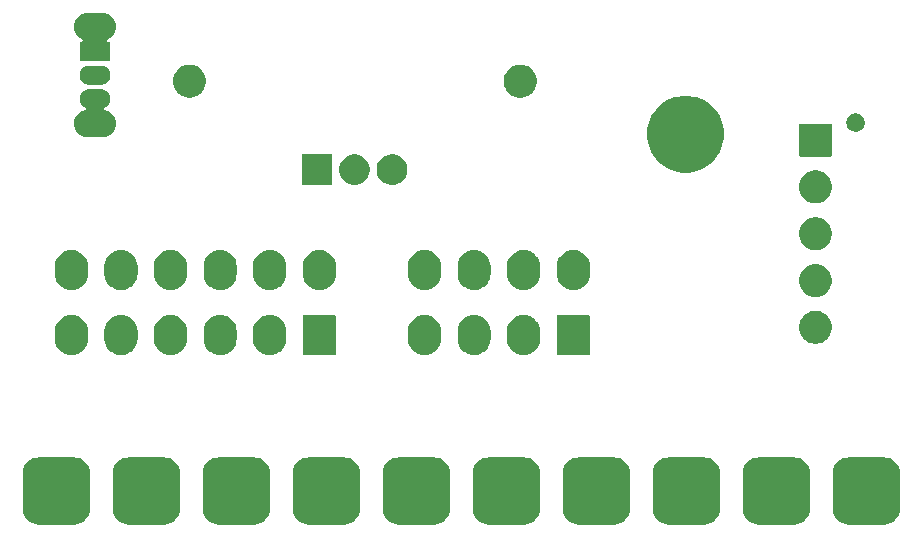
<source format=gbr>
G04 #@! TF.GenerationSoftware,KiCad,Pcbnew,(5.1.5)-3*
G04 #@! TF.CreationDate,2020-02-24T19:51:41-08:00*
G04 #@! TF.ProjectId,psinterface,7073696e-7465-4726-9661-63652e6b6963,0.3*
G04 #@! TF.SameCoordinates,Original*
G04 #@! TF.FileFunction,Soldermask,Bot*
G04 #@! TF.FilePolarity,Negative*
%FSLAX46Y46*%
G04 Gerber Fmt 4.6, Leading zero omitted, Abs format (unit mm)*
G04 Created by KiCad (PCBNEW (5.1.5)-3) date 2020-02-24 19:51:41*
%MOMM*%
%LPD*%
G04 APERTURE LIST*
%ADD10C,0.100000*%
G04 APERTURE END LIST*
D10*
G36*
X174053788Y-132375782D02*
G01*
X174309369Y-132453312D01*
X174544905Y-132579209D01*
X174751359Y-132748641D01*
X174920791Y-132955095D01*
X175046688Y-133190631D01*
X175124218Y-133446212D01*
X175151000Y-133718140D01*
X175151000Y-136681860D01*
X175124218Y-136953788D01*
X175046688Y-137209369D01*
X174920791Y-137444905D01*
X174751359Y-137651359D01*
X174544905Y-137820791D01*
X174309369Y-137946688D01*
X174053788Y-138024218D01*
X173781860Y-138051000D01*
X170818140Y-138051000D01*
X170546212Y-138024218D01*
X170290631Y-137946688D01*
X170055095Y-137820791D01*
X169848641Y-137651359D01*
X169679209Y-137444905D01*
X169553312Y-137209369D01*
X169475782Y-136953788D01*
X169449000Y-136681860D01*
X169449000Y-133718140D01*
X169475782Y-133446212D01*
X169553312Y-133190631D01*
X169679209Y-132955095D01*
X169848641Y-132748641D01*
X170055095Y-132579209D01*
X170290631Y-132453312D01*
X170546212Y-132375782D01*
X170818140Y-132349000D01*
X173781860Y-132349000D01*
X174053788Y-132375782D01*
G37*
G36*
X143573788Y-132375782D02*
G01*
X143829369Y-132453312D01*
X144064905Y-132579209D01*
X144271359Y-132748641D01*
X144440791Y-132955095D01*
X144566688Y-133190631D01*
X144644218Y-133446212D01*
X144671000Y-133718140D01*
X144671000Y-136681860D01*
X144644218Y-136953788D01*
X144566688Y-137209369D01*
X144440791Y-137444905D01*
X144271359Y-137651359D01*
X144064905Y-137820791D01*
X143829369Y-137946688D01*
X143573788Y-138024218D01*
X143301860Y-138051000D01*
X140338140Y-138051000D01*
X140066212Y-138024218D01*
X139810631Y-137946688D01*
X139575095Y-137820791D01*
X139368641Y-137651359D01*
X139199209Y-137444905D01*
X139073312Y-137209369D01*
X138995782Y-136953788D01*
X138969000Y-136681860D01*
X138969000Y-133718140D01*
X138995782Y-133446212D01*
X139073312Y-133190631D01*
X139199209Y-132955095D01*
X139368641Y-132748641D01*
X139575095Y-132579209D01*
X139810631Y-132453312D01*
X140066212Y-132375782D01*
X140338140Y-132349000D01*
X143301860Y-132349000D01*
X143573788Y-132375782D01*
G37*
G36*
X135953788Y-132375782D02*
G01*
X136209369Y-132453312D01*
X136444905Y-132579209D01*
X136651359Y-132748641D01*
X136820791Y-132955095D01*
X136946688Y-133190631D01*
X137024218Y-133446212D01*
X137051000Y-133718140D01*
X137051000Y-136681860D01*
X137024218Y-136953788D01*
X136946688Y-137209369D01*
X136820791Y-137444905D01*
X136651359Y-137651359D01*
X136444905Y-137820791D01*
X136209369Y-137946688D01*
X135953788Y-138024218D01*
X135681860Y-138051000D01*
X132718140Y-138051000D01*
X132446212Y-138024218D01*
X132190631Y-137946688D01*
X131955095Y-137820791D01*
X131748641Y-137651359D01*
X131579209Y-137444905D01*
X131453312Y-137209369D01*
X131375782Y-136953788D01*
X131349000Y-136681860D01*
X131349000Y-133718140D01*
X131375782Y-133446212D01*
X131453312Y-133190631D01*
X131579209Y-132955095D01*
X131748641Y-132748641D01*
X131955095Y-132579209D01*
X132190631Y-132453312D01*
X132446212Y-132375782D01*
X132718140Y-132349000D01*
X135681860Y-132349000D01*
X135953788Y-132375782D01*
G37*
G36*
X158813788Y-132375782D02*
G01*
X159069369Y-132453312D01*
X159304905Y-132579209D01*
X159511359Y-132748641D01*
X159680791Y-132955095D01*
X159806688Y-133190631D01*
X159884218Y-133446212D01*
X159911000Y-133718140D01*
X159911000Y-136681860D01*
X159884218Y-136953788D01*
X159806688Y-137209369D01*
X159680791Y-137444905D01*
X159511359Y-137651359D01*
X159304905Y-137820791D01*
X159069369Y-137946688D01*
X158813788Y-138024218D01*
X158541860Y-138051000D01*
X155578140Y-138051000D01*
X155306212Y-138024218D01*
X155050631Y-137946688D01*
X154815095Y-137820791D01*
X154608641Y-137651359D01*
X154439209Y-137444905D01*
X154313312Y-137209369D01*
X154235782Y-136953788D01*
X154209000Y-136681860D01*
X154209000Y-133718140D01*
X154235782Y-133446212D01*
X154313312Y-133190631D01*
X154439209Y-132955095D01*
X154608641Y-132748641D01*
X154815095Y-132579209D01*
X155050631Y-132453312D01*
X155306212Y-132375782D01*
X155578140Y-132349000D01*
X158541860Y-132349000D01*
X158813788Y-132375782D01*
G37*
G36*
X151193788Y-132375782D02*
G01*
X151449369Y-132453312D01*
X151684905Y-132579209D01*
X151891359Y-132748641D01*
X152060791Y-132955095D01*
X152186688Y-133190631D01*
X152264218Y-133446212D01*
X152291000Y-133718140D01*
X152291000Y-136681860D01*
X152264218Y-136953788D01*
X152186688Y-137209369D01*
X152060791Y-137444905D01*
X151891359Y-137651359D01*
X151684905Y-137820791D01*
X151449369Y-137946688D01*
X151193788Y-138024218D01*
X150921860Y-138051000D01*
X147958140Y-138051000D01*
X147686212Y-138024218D01*
X147430631Y-137946688D01*
X147195095Y-137820791D01*
X146988641Y-137651359D01*
X146819209Y-137444905D01*
X146693312Y-137209369D01*
X146615782Y-136953788D01*
X146589000Y-136681860D01*
X146589000Y-133718140D01*
X146615782Y-133446212D01*
X146693312Y-133190631D01*
X146819209Y-132955095D01*
X146988641Y-132748641D01*
X147195095Y-132579209D01*
X147430631Y-132453312D01*
X147686212Y-132375782D01*
X147958140Y-132349000D01*
X150921860Y-132349000D01*
X151193788Y-132375782D01*
G37*
G36*
X128333788Y-132375782D02*
G01*
X128589369Y-132453312D01*
X128824905Y-132579209D01*
X129031359Y-132748641D01*
X129200791Y-132955095D01*
X129326688Y-133190631D01*
X129404218Y-133446212D01*
X129431000Y-133718140D01*
X129431000Y-136681860D01*
X129404218Y-136953788D01*
X129326688Y-137209369D01*
X129200791Y-137444905D01*
X129031359Y-137651359D01*
X128824905Y-137820791D01*
X128589369Y-137946688D01*
X128333788Y-138024218D01*
X128061860Y-138051000D01*
X125098140Y-138051000D01*
X124826212Y-138024218D01*
X124570631Y-137946688D01*
X124335095Y-137820791D01*
X124128641Y-137651359D01*
X123959209Y-137444905D01*
X123833312Y-137209369D01*
X123755782Y-136953788D01*
X123729000Y-136681860D01*
X123729000Y-133718140D01*
X123755782Y-133446212D01*
X123833312Y-133190631D01*
X123959209Y-132955095D01*
X124128641Y-132748641D01*
X124335095Y-132579209D01*
X124570631Y-132453312D01*
X124826212Y-132375782D01*
X125098140Y-132349000D01*
X128061860Y-132349000D01*
X128333788Y-132375782D01*
G37*
G36*
X120713788Y-132375782D02*
G01*
X120969369Y-132453312D01*
X121204905Y-132579209D01*
X121411359Y-132748641D01*
X121580791Y-132955095D01*
X121706688Y-133190631D01*
X121784218Y-133446212D01*
X121811000Y-133718140D01*
X121811000Y-136681860D01*
X121784218Y-136953788D01*
X121706688Y-137209369D01*
X121580791Y-137444905D01*
X121411359Y-137651359D01*
X121204905Y-137820791D01*
X120969369Y-137946688D01*
X120713788Y-138024218D01*
X120441860Y-138051000D01*
X117478140Y-138051000D01*
X117206212Y-138024218D01*
X116950631Y-137946688D01*
X116715095Y-137820791D01*
X116508641Y-137651359D01*
X116339209Y-137444905D01*
X116213312Y-137209369D01*
X116135782Y-136953788D01*
X116109000Y-136681860D01*
X116109000Y-133718140D01*
X116135782Y-133446212D01*
X116213312Y-133190631D01*
X116339209Y-132955095D01*
X116508641Y-132748641D01*
X116715095Y-132579209D01*
X116950631Y-132453312D01*
X117206212Y-132375782D01*
X117478140Y-132349000D01*
X120441860Y-132349000D01*
X120713788Y-132375782D01*
G37*
G36*
X105473788Y-132375782D02*
G01*
X105729369Y-132453312D01*
X105964905Y-132579209D01*
X106171359Y-132748641D01*
X106340791Y-132955095D01*
X106466688Y-133190631D01*
X106544218Y-133446212D01*
X106571000Y-133718140D01*
X106571000Y-136681860D01*
X106544218Y-136953788D01*
X106466688Y-137209369D01*
X106340791Y-137444905D01*
X106171359Y-137651359D01*
X105964905Y-137820791D01*
X105729369Y-137946688D01*
X105473788Y-138024218D01*
X105201860Y-138051000D01*
X102238140Y-138051000D01*
X101966212Y-138024218D01*
X101710631Y-137946688D01*
X101475095Y-137820791D01*
X101268641Y-137651359D01*
X101099209Y-137444905D01*
X100973312Y-137209369D01*
X100895782Y-136953788D01*
X100869000Y-136681860D01*
X100869000Y-133718140D01*
X100895782Y-133446212D01*
X100973312Y-133190631D01*
X101099209Y-132955095D01*
X101268641Y-132748641D01*
X101475095Y-132579209D01*
X101710631Y-132453312D01*
X101966212Y-132375782D01*
X102238140Y-132349000D01*
X105201860Y-132349000D01*
X105473788Y-132375782D01*
G37*
G36*
X113093788Y-132375782D02*
G01*
X113349369Y-132453312D01*
X113584905Y-132579209D01*
X113791359Y-132748641D01*
X113960791Y-132955095D01*
X114086688Y-133190631D01*
X114164218Y-133446212D01*
X114191000Y-133718140D01*
X114191000Y-136681860D01*
X114164218Y-136953788D01*
X114086688Y-137209369D01*
X113960791Y-137444905D01*
X113791359Y-137651359D01*
X113584905Y-137820791D01*
X113349369Y-137946688D01*
X113093788Y-138024218D01*
X112821860Y-138051000D01*
X109858140Y-138051000D01*
X109586212Y-138024218D01*
X109330631Y-137946688D01*
X109095095Y-137820791D01*
X108888641Y-137651359D01*
X108719209Y-137444905D01*
X108593312Y-137209369D01*
X108515782Y-136953788D01*
X108489000Y-136681860D01*
X108489000Y-133718140D01*
X108515782Y-133446212D01*
X108593312Y-133190631D01*
X108719209Y-132955095D01*
X108888641Y-132748641D01*
X109095095Y-132579209D01*
X109330631Y-132453312D01*
X109586212Y-132375782D01*
X109858140Y-132349000D01*
X112821860Y-132349000D01*
X113093788Y-132375782D01*
G37*
G36*
X166433788Y-132375782D02*
G01*
X166689369Y-132453312D01*
X166924905Y-132579209D01*
X167131359Y-132748641D01*
X167300791Y-132955095D01*
X167426688Y-133190631D01*
X167504218Y-133446212D01*
X167531000Y-133718140D01*
X167531000Y-136681860D01*
X167504218Y-136953788D01*
X167426688Y-137209369D01*
X167300791Y-137444905D01*
X167131359Y-137651359D01*
X166924905Y-137820791D01*
X166689369Y-137946688D01*
X166433788Y-138024218D01*
X166161860Y-138051000D01*
X163198140Y-138051000D01*
X162926212Y-138024218D01*
X162670631Y-137946688D01*
X162435095Y-137820791D01*
X162228641Y-137651359D01*
X162059209Y-137444905D01*
X161933312Y-137209369D01*
X161855782Y-136953788D01*
X161829000Y-136681860D01*
X161829000Y-133718140D01*
X161855782Y-133446212D01*
X161933312Y-133190631D01*
X162059209Y-132955095D01*
X162228641Y-132748641D01*
X162435095Y-132579209D01*
X162670631Y-132453312D01*
X162926212Y-132375782D01*
X163198140Y-132349000D01*
X166161860Y-132349000D01*
X166433788Y-132375782D01*
G37*
G36*
X117874644Y-120319272D02*
G01*
X118070017Y-120378538D01*
X118138737Y-120399384D01*
X118341625Y-120507830D01*
X118382120Y-120529475D01*
X118437691Y-120575082D01*
X118595450Y-120704550D01*
X118724918Y-120862309D01*
X118770525Y-120917880D01*
X118770526Y-120917882D01*
X118900616Y-121161263D01*
X118921461Y-121229982D01*
X118980728Y-121425357D01*
X119001000Y-121631183D01*
X119001000Y-122368818D01*
X118980728Y-122574644D01*
X118946596Y-122687161D01*
X118900616Y-122838737D01*
X118777964Y-123068202D01*
X118770525Y-123082120D01*
X118738092Y-123121640D01*
X118595450Y-123295450D01*
X118423797Y-123436320D01*
X118382119Y-123470525D01*
X118382117Y-123470526D01*
X118138736Y-123600616D01*
X118070016Y-123621462D01*
X117874643Y-123680728D01*
X117600000Y-123707778D01*
X117325356Y-123680728D01*
X117129983Y-123621462D01*
X117061263Y-123600616D01*
X116817882Y-123470526D01*
X116817880Y-123470525D01*
X116778360Y-123438092D01*
X116604550Y-123295450D01*
X116429476Y-123082120D01*
X116429475Y-123082119D01*
X116422036Y-123068201D01*
X116299384Y-122838736D01*
X116221368Y-122581551D01*
X116219272Y-122574643D01*
X116199000Y-122368817D01*
X116199000Y-121631182D01*
X116219272Y-121425356D01*
X116299383Y-121161267D01*
X116299384Y-121161263D01*
X116429474Y-120917882D01*
X116429475Y-120917880D01*
X116461908Y-120878360D01*
X116604550Y-120704550D01*
X116782581Y-120558445D01*
X116817881Y-120529475D01*
X116858376Y-120507830D01*
X117061264Y-120399384D01*
X117129984Y-120378538D01*
X117325357Y-120319272D01*
X117600000Y-120292222D01*
X117874644Y-120319272D01*
G37*
G36*
X135174644Y-120319272D02*
G01*
X135370017Y-120378538D01*
X135438737Y-120399384D01*
X135641625Y-120507830D01*
X135682120Y-120529475D01*
X135737691Y-120575082D01*
X135895450Y-120704550D01*
X136024918Y-120862309D01*
X136070525Y-120917880D01*
X136070526Y-120917882D01*
X136200616Y-121161263D01*
X136221461Y-121229982D01*
X136280728Y-121425357D01*
X136301000Y-121631183D01*
X136301000Y-122368818D01*
X136280728Y-122574644D01*
X136246596Y-122687161D01*
X136200616Y-122838737D01*
X136077964Y-123068202D01*
X136070525Y-123082120D01*
X136038092Y-123121640D01*
X135895450Y-123295450D01*
X135723797Y-123436320D01*
X135682119Y-123470525D01*
X135682117Y-123470526D01*
X135438736Y-123600616D01*
X135370016Y-123621462D01*
X135174643Y-123680728D01*
X134900000Y-123707778D01*
X134625356Y-123680728D01*
X134429983Y-123621462D01*
X134361263Y-123600616D01*
X134117882Y-123470526D01*
X134117880Y-123470525D01*
X134078360Y-123438092D01*
X133904550Y-123295450D01*
X133729476Y-123082120D01*
X133729475Y-123082119D01*
X133722036Y-123068201D01*
X133599384Y-122838736D01*
X133521368Y-122581551D01*
X133519272Y-122574643D01*
X133499000Y-122368817D01*
X133499000Y-121631182D01*
X133519272Y-121425356D01*
X133599383Y-121161267D01*
X133599384Y-121161263D01*
X133729474Y-120917882D01*
X133729475Y-120917880D01*
X133761908Y-120878360D01*
X133904550Y-120704550D01*
X134082581Y-120558445D01*
X134117881Y-120529475D01*
X134158376Y-120507830D01*
X134361264Y-120399384D01*
X134429984Y-120378538D01*
X134625357Y-120319272D01*
X134900000Y-120292222D01*
X135174644Y-120319272D01*
G37*
G36*
X139374644Y-120319272D02*
G01*
X139570017Y-120378538D01*
X139638737Y-120399384D01*
X139841625Y-120507830D01*
X139882120Y-120529475D01*
X139937691Y-120575082D01*
X140095450Y-120704550D01*
X140224918Y-120862309D01*
X140270525Y-120917880D01*
X140270526Y-120917882D01*
X140400616Y-121161263D01*
X140421461Y-121229982D01*
X140480728Y-121425357D01*
X140501000Y-121631183D01*
X140501000Y-122368818D01*
X140480728Y-122574644D01*
X140446596Y-122687161D01*
X140400616Y-122838737D01*
X140277964Y-123068202D01*
X140270525Y-123082120D01*
X140238092Y-123121640D01*
X140095450Y-123295450D01*
X139923797Y-123436320D01*
X139882119Y-123470525D01*
X139882117Y-123470526D01*
X139638736Y-123600616D01*
X139570016Y-123621462D01*
X139374643Y-123680728D01*
X139100000Y-123707778D01*
X138825356Y-123680728D01*
X138629983Y-123621462D01*
X138561263Y-123600616D01*
X138317882Y-123470526D01*
X138317880Y-123470525D01*
X138278360Y-123438092D01*
X138104550Y-123295450D01*
X137929476Y-123082120D01*
X137929475Y-123082119D01*
X137922036Y-123068201D01*
X137799384Y-122838736D01*
X137721368Y-122581551D01*
X137719272Y-122574643D01*
X137699000Y-122368817D01*
X137699000Y-121631182D01*
X137719272Y-121425356D01*
X137799383Y-121161267D01*
X137799384Y-121161263D01*
X137929474Y-120917882D01*
X137929475Y-120917880D01*
X137961908Y-120878360D01*
X138104550Y-120704550D01*
X138282581Y-120558445D01*
X138317881Y-120529475D01*
X138358376Y-120507830D01*
X138561264Y-120399384D01*
X138629984Y-120378538D01*
X138825357Y-120319272D01*
X139100000Y-120292222D01*
X139374644Y-120319272D01*
G37*
G36*
X143574644Y-120319272D02*
G01*
X143770017Y-120378538D01*
X143838737Y-120399384D01*
X144041625Y-120507830D01*
X144082120Y-120529475D01*
X144137691Y-120575082D01*
X144295450Y-120704550D01*
X144424918Y-120862309D01*
X144470525Y-120917880D01*
X144470526Y-120917882D01*
X144600616Y-121161263D01*
X144621461Y-121229982D01*
X144680728Y-121425357D01*
X144701000Y-121631183D01*
X144701000Y-122368818D01*
X144680728Y-122574644D01*
X144646596Y-122687161D01*
X144600616Y-122838737D01*
X144477964Y-123068202D01*
X144470525Y-123082120D01*
X144438092Y-123121640D01*
X144295450Y-123295450D01*
X144123797Y-123436320D01*
X144082119Y-123470525D01*
X144082117Y-123470526D01*
X143838736Y-123600616D01*
X143770016Y-123621462D01*
X143574643Y-123680728D01*
X143300000Y-123707778D01*
X143025356Y-123680728D01*
X142829983Y-123621462D01*
X142761263Y-123600616D01*
X142517882Y-123470526D01*
X142517880Y-123470525D01*
X142478360Y-123438092D01*
X142304550Y-123295450D01*
X142129476Y-123082120D01*
X142129475Y-123082119D01*
X142122036Y-123068201D01*
X141999384Y-122838736D01*
X141921368Y-122581551D01*
X141919272Y-122574643D01*
X141899000Y-122368817D01*
X141899000Y-121631182D01*
X141919272Y-121425356D01*
X141999383Y-121161267D01*
X141999384Y-121161263D01*
X142129474Y-120917882D01*
X142129475Y-120917880D01*
X142161908Y-120878360D01*
X142304550Y-120704550D01*
X142482581Y-120558445D01*
X142517881Y-120529475D01*
X142558376Y-120507830D01*
X142761264Y-120399384D01*
X142829984Y-120378538D01*
X143025357Y-120319272D01*
X143300000Y-120292222D01*
X143574644Y-120319272D01*
G37*
G36*
X122074644Y-120319272D02*
G01*
X122270017Y-120378538D01*
X122338737Y-120399384D01*
X122541625Y-120507830D01*
X122582120Y-120529475D01*
X122637691Y-120575082D01*
X122795450Y-120704550D01*
X122924918Y-120862309D01*
X122970525Y-120917880D01*
X122970526Y-120917882D01*
X123100616Y-121161263D01*
X123121461Y-121229982D01*
X123180728Y-121425357D01*
X123201000Y-121631183D01*
X123201000Y-122368818D01*
X123180728Y-122574644D01*
X123146596Y-122687161D01*
X123100616Y-122838737D01*
X122977964Y-123068202D01*
X122970525Y-123082120D01*
X122938092Y-123121640D01*
X122795450Y-123295450D01*
X122623797Y-123436320D01*
X122582119Y-123470525D01*
X122582117Y-123470526D01*
X122338736Y-123600616D01*
X122270016Y-123621462D01*
X122074643Y-123680728D01*
X121800000Y-123707778D01*
X121525356Y-123680728D01*
X121329983Y-123621462D01*
X121261263Y-123600616D01*
X121017882Y-123470526D01*
X121017880Y-123470525D01*
X120978360Y-123438092D01*
X120804550Y-123295450D01*
X120629476Y-123082120D01*
X120629475Y-123082119D01*
X120622036Y-123068201D01*
X120499384Y-122838736D01*
X120421368Y-122581551D01*
X120419272Y-122574643D01*
X120399000Y-122368817D01*
X120399000Y-121631182D01*
X120419272Y-121425356D01*
X120499383Y-121161267D01*
X120499384Y-121161263D01*
X120629474Y-120917882D01*
X120629475Y-120917880D01*
X120661908Y-120878360D01*
X120804550Y-120704550D01*
X120982581Y-120558445D01*
X121017881Y-120529475D01*
X121058376Y-120507830D01*
X121261264Y-120399384D01*
X121329984Y-120378538D01*
X121525357Y-120319272D01*
X121800000Y-120292222D01*
X122074644Y-120319272D01*
G37*
G36*
X113674644Y-120319272D02*
G01*
X113870017Y-120378538D01*
X113938737Y-120399384D01*
X114141625Y-120507830D01*
X114182120Y-120529475D01*
X114237691Y-120575082D01*
X114395450Y-120704550D01*
X114524918Y-120862309D01*
X114570525Y-120917880D01*
X114570526Y-120917882D01*
X114700616Y-121161263D01*
X114721461Y-121229982D01*
X114780728Y-121425357D01*
X114801000Y-121631183D01*
X114801000Y-122368818D01*
X114780728Y-122574644D01*
X114746596Y-122687161D01*
X114700616Y-122838737D01*
X114577964Y-123068202D01*
X114570525Y-123082120D01*
X114538092Y-123121640D01*
X114395450Y-123295450D01*
X114223797Y-123436320D01*
X114182119Y-123470525D01*
X114182117Y-123470526D01*
X113938736Y-123600616D01*
X113870016Y-123621462D01*
X113674643Y-123680728D01*
X113400000Y-123707778D01*
X113125356Y-123680728D01*
X112929983Y-123621462D01*
X112861263Y-123600616D01*
X112617882Y-123470526D01*
X112617880Y-123470525D01*
X112578360Y-123438092D01*
X112404550Y-123295450D01*
X112229476Y-123082120D01*
X112229475Y-123082119D01*
X112222036Y-123068201D01*
X112099384Y-122838736D01*
X112021368Y-122581551D01*
X112019272Y-122574643D01*
X111999000Y-122368817D01*
X111999000Y-121631182D01*
X112019272Y-121425356D01*
X112099383Y-121161267D01*
X112099384Y-121161263D01*
X112229474Y-120917882D01*
X112229475Y-120917880D01*
X112261908Y-120878360D01*
X112404550Y-120704550D01*
X112582581Y-120558445D01*
X112617881Y-120529475D01*
X112658376Y-120507830D01*
X112861264Y-120399384D01*
X112929984Y-120378538D01*
X113125357Y-120319272D01*
X113400000Y-120292222D01*
X113674644Y-120319272D01*
G37*
G36*
X109474644Y-120319272D02*
G01*
X109670017Y-120378538D01*
X109738737Y-120399384D01*
X109941625Y-120507830D01*
X109982120Y-120529475D01*
X110037691Y-120575082D01*
X110195450Y-120704550D01*
X110324918Y-120862309D01*
X110370525Y-120917880D01*
X110370526Y-120917882D01*
X110500616Y-121161263D01*
X110521461Y-121229982D01*
X110580728Y-121425357D01*
X110601000Y-121631183D01*
X110601000Y-122368818D01*
X110580728Y-122574644D01*
X110546596Y-122687161D01*
X110500616Y-122838737D01*
X110377964Y-123068202D01*
X110370525Y-123082120D01*
X110338092Y-123121640D01*
X110195450Y-123295450D01*
X110023797Y-123436320D01*
X109982119Y-123470525D01*
X109982117Y-123470526D01*
X109738736Y-123600616D01*
X109670016Y-123621462D01*
X109474643Y-123680728D01*
X109200000Y-123707778D01*
X108925356Y-123680728D01*
X108729983Y-123621462D01*
X108661263Y-123600616D01*
X108417882Y-123470526D01*
X108417880Y-123470525D01*
X108378360Y-123438092D01*
X108204550Y-123295450D01*
X108029476Y-123082120D01*
X108029475Y-123082119D01*
X108022036Y-123068201D01*
X107899384Y-122838736D01*
X107821368Y-122581551D01*
X107819272Y-122574643D01*
X107799000Y-122368817D01*
X107799000Y-121631182D01*
X107819272Y-121425356D01*
X107899383Y-121161267D01*
X107899384Y-121161263D01*
X108029474Y-120917882D01*
X108029475Y-120917880D01*
X108061908Y-120878360D01*
X108204550Y-120704550D01*
X108382581Y-120558445D01*
X108417881Y-120529475D01*
X108458376Y-120507830D01*
X108661264Y-120399384D01*
X108729984Y-120378538D01*
X108925357Y-120319272D01*
X109200000Y-120292222D01*
X109474644Y-120319272D01*
G37*
G36*
X105274644Y-120319272D02*
G01*
X105470017Y-120378538D01*
X105538737Y-120399384D01*
X105741625Y-120507830D01*
X105782120Y-120529475D01*
X105837691Y-120575082D01*
X105995450Y-120704550D01*
X106124918Y-120862309D01*
X106170525Y-120917880D01*
X106170526Y-120917882D01*
X106300616Y-121161263D01*
X106321461Y-121229982D01*
X106380728Y-121425357D01*
X106401000Y-121631183D01*
X106401000Y-122368818D01*
X106380728Y-122574644D01*
X106346596Y-122687161D01*
X106300616Y-122838737D01*
X106177964Y-123068202D01*
X106170525Y-123082120D01*
X106138092Y-123121640D01*
X105995450Y-123295450D01*
X105823797Y-123436320D01*
X105782119Y-123470525D01*
X105782117Y-123470526D01*
X105538736Y-123600616D01*
X105470016Y-123621462D01*
X105274643Y-123680728D01*
X105000000Y-123707778D01*
X104725356Y-123680728D01*
X104529983Y-123621462D01*
X104461263Y-123600616D01*
X104217882Y-123470526D01*
X104217880Y-123470525D01*
X104178360Y-123438092D01*
X104004550Y-123295450D01*
X103829476Y-123082120D01*
X103829475Y-123082119D01*
X103822036Y-123068201D01*
X103699384Y-122838736D01*
X103621368Y-122581551D01*
X103619272Y-122574643D01*
X103599000Y-122368817D01*
X103599000Y-121631182D01*
X103619272Y-121425356D01*
X103699383Y-121161267D01*
X103699384Y-121161263D01*
X103829474Y-120917882D01*
X103829475Y-120917880D01*
X103861908Y-120878360D01*
X104004550Y-120704550D01*
X104182581Y-120558445D01*
X104217881Y-120529475D01*
X104258376Y-120507830D01*
X104461264Y-120399384D01*
X104529984Y-120378538D01*
X104725357Y-120319272D01*
X105000000Y-120292222D01*
X105274644Y-120319272D01*
G37*
G36*
X127274031Y-120302621D02*
G01*
X127303486Y-120311556D01*
X127330623Y-120326062D01*
X127354414Y-120345586D01*
X127373938Y-120369377D01*
X127388444Y-120396514D01*
X127397379Y-120425969D01*
X127401000Y-120462734D01*
X127401000Y-123537266D01*
X127397379Y-123574031D01*
X127388444Y-123603486D01*
X127373938Y-123630623D01*
X127354414Y-123654414D01*
X127330623Y-123673938D01*
X127303486Y-123688444D01*
X127274031Y-123697379D01*
X127237266Y-123701000D01*
X124762734Y-123701000D01*
X124725969Y-123697379D01*
X124696514Y-123688444D01*
X124669377Y-123673938D01*
X124645586Y-123654414D01*
X124626062Y-123630623D01*
X124611556Y-123603486D01*
X124602621Y-123574031D01*
X124599000Y-123537266D01*
X124599000Y-120462734D01*
X124602621Y-120425969D01*
X124611556Y-120396514D01*
X124626062Y-120369377D01*
X124645586Y-120345586D01*
X124669377Y-120326062D01*
X124696514Y-120311556D01*
X124725969Y-120302621D01*
X124762734Y-120299000D01*
X127237266Y-120299000D01*
X127274031Y-120302621D01*
G37*
G36*
X148774031Y-120302621D02*
G01*
X148803486Y-120311556D01*
X148830623Y-120326062D01*
X148854414Y-120345586D01*
X148873938Y-120369377D01*
X148888444Y-120396514D01*
X148897379Y-120425969D01*
X148901000Y-120462734D01*
X148901000Y-123537266D01*
X148897379Y-123574031D01*
X148888444Y-123603486D01*
X148873938Y-123630623D01*
X148854414Y-123654414D01*
X148830623Y-123673938D01*
X148803486Y-123688444D01*
X148774031Y-123697379D01*
X148737266Y-123701000D01*
X146262734Y-123701000D01*
X146225969Y-123697379D01*
X146196514Y-123688444D01*
X146169377Y-123673938D01*
X146145586Y-123654414D01*
X146126062Y-123630623D01*
X146111556Y-123603486D01*
X146102621Y-123574031D01*
X146099000Y-123537266D01*
X146099000Y-120462734D01*
X146102621Y-120425969D01*
X146111556Y-120396514D01*
X146126062Y-120369377D01*
X146145586Y-120345586D01*
X146169377Y-120326062D01*
X146196514Y-120311556D01*
X146225969Y-120302621D01*
X146262734Y-120299000D01*
X148737266Y-120299000D01*
X148774031Y-120302621D01*
G37*
G36*
X168318433Y-119974893D02*
G01*
X168408657Y-119992839D01*
X168514267Y-120036585D01*
X168663621Y-120098449D01*
X168663622Y-120098450D01*
X168893086Y-120251772D01*
X169088228Y-120446914D01*
X169143392Y-120529474D01*
X169241551Y-120676379D01*
X169347161Y-120931344D01*
X169401000Y-121202012D01*
X169401000Y-121477988D01*
X169347161Y-121748656D01*
X169241551Y-122003621D01*
X169241550Y-122003622D01*
X169088228Y-122233086D01*
X168893086Y-122428228D01*
X168739763Y-122530675D01*
X168663621Y-122581551D01*
X168514267Y-122643415D01*
X168408657Y-122687161D01*
X168318433Y-122705107D01*
X168137988Y-122741000D01*
X167862012Y-122741000D01*
X167681567Y-122705107D01*
X167591343Y-122687161D01*
X167485733Y-122643415D01*
X167336379Y-122581551D01*
X167260237Y-122530675D01*
X167106914Y-122428228D01*
X166911772Y-122233086D01*
X166758450Y-122003622D01*
X166758449Y-122003621D01*
X166652839Y-121748656D01*
X166599000Y-121477988D01*
X166599000Y-121202012D01*
X166652839Y-120931344D01*
X166758449Y-120676379D01*
X166856608Y-120529474D01*
X166911772Y-120446914D01*
X167106914Y-120251772D01*
X167336378Y-120098450D01*
X167336379Y-120098449D01*
X167485733Y-120036585D01*
X167591343Y-119992839D01*
X167681567Y-119974893D01*
X167862012Y-119939000D01*
X168137988Y-119939000D01*
X168318433Y-119974893D01*
G37*
G36*
X168318433Y-116014893D02*
G01*
X168408657Y-116032839D01*
X168514267Y-116076585D01*
X168663621Y-116138449D01*
X168663622Y-116138450D01*
X168893086Y-116291772D01*
X169088228Y-116486914D01*
X169190675Y-116640237D01*
X169241551Y-116716379D01*
X169347161Y-116971344D01*
X169401000Y-117242012D01*
X169401000Y-117517988D01*
X169388243Y-117582120D01*
X169347161Y-117788657D01*
X169344347Y-117795450D01*
X169241551Y-118043621D01*
X169241550Y-118043622D01*
X169088228Y-118273086D01*
X168893086Y-118468228D01*
X168739763Y-118570675D01*
X168663621Y-118621551D01*
X168514267Y-118683415D01*
X168408657Y-118727161D01*
X168318433Y-118745107D01*
X168137988Y-118781000D01*
X167862012Y-118781000D01*
X167681567Y-118745107D01*
X167591343Y-118727161D01*
X167485733Y-118683415D01*
X167336379Y-118621551D01*
X167260237Y-118570675D01*
X167106914Y-118468228D01*
X166911772Y-118273086D01*
X166758450Y-118043622D01*
X166758449Y-118043621D01*
X166655653Y-117795450D01*
X166652839Y-117788657D01*
X166611757Y-117582120D01*
X166599000Y-117517988D01*
X166599000Y-117242012D01*
X166652839Y-116971344D01*
X166758449Y-116716379D01*
X166809325Y-116640237D01*
X166911772Y-116486914D01*
X167106914Y-116291772D01*
X167336378Y-116138450D01*
X167336379Y-116138449D01*
X167485733Y-116076585D01*
X167591343Y-116032839D01*
X167681567Y-116014893D01*
X167862012Y-115979000D01*
X168137988Y-115979000D01*
X168318433Y-116014893D01*
G37*
G36*
X126274644Y-114819272D02*
G01*
X126470017Y-114878538D01*
X126538737Y-114899384D01*
X126768202Y-115022036D01*
X126782120Y-115029475D01*
X126837691Y-115075082D01*
X126995450Y-115204550D01*
X127124918Y-115362309D01*
X127170525Y-115417880D01*
X127170526Y-115417882D01*
X127300616Y-115661263D01*
X127300617Y-115661267D01*
X127380728Y-115925357D01*
X127401000Y-116131183D01*
X127401000Y-116868818D01*
X127380728Y-117074644D01*
X127321462Y-117270017D01*
X127300616Y-117338737D01*
X127204805Y-117517986D01*
X127170525Y-117582120D01*
X127138092Y-117621640D01*
X126995450Y-117795450D01*
X126823797Y-117936320D01*
X126782119Y-117970525D01*
X126782117Y-117970526D01*
X126538736Y-118100616D01*
X126470016Y-118121462D01*
X126274643Y-118180728D01*
X126000000Y-118207778D01*
X125725356Y-118180728D01*
X125529983Y-118121462D01*
X125461263Y-118100616D01*
X125217882Y-117970526D01*
X125217880Y-117970525D01*
X125178360Y-117938092D01*
X125004550Y-117795450D01*
X124829476Y-117582120D01*
X124829475Y-117582119D01*
X124822036Y-117568201D01*
X124699384Y-117338736D01*
X124670043Y-117242012D01*
X124619272Y-117074643D01*
X124599000Y-116868817D01*
X124599000Y-116131182D01*
X124619272Y-115925356D01*
X124699383Y-115661267D01*
X124699384Y-115661263D01*
X124829474Y-115417882D01*
X124829475Y-115417880D01*
X124861908Y-115378360D01*
X125004550Y-115204550D01*
X125176203Y-115063680D01*
X125217881Y-115029475D01*
X125231799Y-115022036D01*
X125461264Y-114899384D01*
X125529984Y-114878538D01*
X125725357Y-114819272D01*
X126000000Y-114792222D01*
X126274644Y-114819272D01*
G37*
G36*
X139374644Y-114819272D02*
G01*
X139570017Y-114878538D01*
X139638737Y-114899384D01*
X139868202Y-115022036D01*
X139882120Y-115029475D01*
X139937691Y-115075082D01*
X140095450Y-115204550D01*
X140224918Y-115362309D01*
X140270525Y-115417880D01*
X140270526Y-115417882D01*
X140400616Y-115661263D01*
X140400617Y-115661267D01*
X140480728Y-115925357D01*
X140501000Y-116131183D01*
X140501000Y-116868818D01*
X140480728Y-117074644D01*
X140421462Y-117270017D01*
X140400616Y-117338737D01*
X140304805Y-117517986D01*
X140270525Y-117582120D01*
X140238092Y-117621640D01*
X140095450Y-117795450D01*
X139923797Y-117936320D01*
X139882119Y-117970525D01*
X139882117Y-117970526D01*
X139638736Y-118100616D01*
X139570016Y-118121462D01*
X139374643Y-118180728D01*
X139100000Y-118207778D01*
X138825356Y-118180728D01*
X138629983Y-118121462D01*
X138561263Y-118100616D01*
X138317882Y-117970526D01*
X138317880Y-117970525D01*
X138278360Y-117938092D01*
X138104550Y-117795450D01*
X137929476Y-117582120D01*
X137929475Y-117582119D01*
X137922036Y-117568201D01*
X137799384Y-117338736D01*
X137770043Y-117242012D01*
X137719272Y-117074643D01*
X137699000Y-116868817D01*
X137699000Y-116131182D01*
X137719272Y-115925356D01*
X137799383Y-115661267D01*
X137799384Y-115661263D01*
X137929474Y-115417882D01*
X137929475Y-115417880D01*
X137961908Y-115378360D01*
X138104550Y-115204550D01*
X138276203Y-115063680D01*
X138317881Y-115029475D01*
X138331799Y-115022036D01*
X138561264Y-114899384D01*
X138629984Y-114878538D01*
X138825357Y-114819272D01*
X139100000Y-114792222D01*
X139374644Y-114819272D01*
G37*
G36*
X147774644Y-114819272D02*
G01*
X147970017Y-114878538D01*
X148038737Y-114899384D01*
X148268202Y-115022036D01*
X148282120Y-115029475D01*
X148337691Y-115075082D01*
X148495450Y-115204550D01*
X148624918Y-115362309D01*
X148670525Y-115417880D01*
X148670526Y-115417882D01*
X148800616Y-115661263D01*
X148800617Y-115661267D01*
X148880728Y-115925357D01*
X148901000Y-116131183D01*
X148901000Y-116868818D01*
X148880728Y-117074644D01*
X148821462Y-117270017D01*
X148800616Y-117338737D01*
X148704805Y-117517986D01*
X148670525Y-117582120D01*
X148638092Y-117621640D01*
X148495450Y-117795450D01*
X148323797Y-117936320D01*
X148282119Y-117970525D01*
X148282117Y-117970526D01*
X148038736Y-118100616D01*
X147970016Y-118121462D01*
X147774643Y-118180728D01*
X147500000Y-118207778D01*
X147225356Y-118180728D01*
X147029983Y-118121462D01*
X146961263Y-118100616D01*
X146717882Y-117970526D01*
X146717880Y-117970525D01*
X146678360Y-117938092D01*
X146504550Y-117795450D01*
X146329476Y-117582120D01*
X146329475Y-117582119D01*
X146322036Y-117568201D01*
X146199384Y-117338736D01*
X146170043Y-117242012D01*
X146119272Y-117074643D01*
X146099000Y-116868817D01*
X146099000Y-116131182D01*
X146119272Y-115925356D01*
X146199383Y-115661267D01*
X146199384Y-115661263D01*
X146329474Y-115417882D01*
X146329475Y-115417880D01*
X146361908Y-115378360D01*
X146504550Y-115204550D01*
X146676203Y-115063680D01*
X146717881Y-115029475D01*
X146731799Y-115022036D01*
X146961264Y-114899384D01*
X147029984Y-114878538D01*
X147225357Y-114819272D01*
X147500000Y-114792222D01*
X147774644Y-114819272D01*
G37*
G36*
X135174644Y-114819272D02*
G01*
X135370017Y-114878538D01*
X135438737Y-114899384D01*
X135668202Y-115022036D01*
X135682120Y-115029475D01*
X135737691Y-115075082D01*
X135895450Y-115204550D01*
X136024918Y-115362309D01*
X136070525Y-115417880D01*
X136070526Y-115417882D01*
X136200616Y-115661263D01*
X136200617Y-115661267D01*
X136280728Y-115925357D01*
X136301000Y-116131183D01*
X136301000Y-116868818D01*
X136280728Y-117074644D01*
X136221462Y-117270017D01*
X136200616Y-117338737D01*
X136104805Y-117517986D01*
X136070525Y-117582120D01*
X136038092Y-117621640D01*
X135895450Y-117795450D01*
X135723797Y-117936320D01*
X135682119Y-117970525D01*
X135682117Y-117970526D01*
X135438736Y-118100616D01*
X135370016Y-118121462D01*
X135174643Y-118180728D01*
X134900000Y-118207778D01*
X134625356Y-118180728D01*
X134429983Y-118121462D01*
X134361263Y-118100616D01*
X134117882Y-117970526D01*
X134117880Y-117970525D01*
X134078360Y-117938092D01*
X133904550Y-117795450D01*
X133729476Y-117582120D01*
X133729475Y-117582119D01*
X133722036Y-117568201D01*
X133599384Y-117338736D01*
X133570043Y-117242012D01*
X133519272Y-117074643D01*
X133499000Y-116868817D01*
X133499000Y-116131182D01*
X133519272Y-115925356D01*
X133599383Y-115661267D01*
X133599384Y-115661263D01*
X133729474Y-115417882D01*
X133729475Y-115417880D01*
X133761908Y-115378360D01*
X133904550Y-115204550D01*
X134076203Y-115063680D01*
X134117881Y-115029475D01*
X134131799Y-115022036D01*
X134361264Y-114899384D01*
X134429984Y-114878538D01*
X134625357Y-114819272D01*
X134900000Y-114792222D01*
X135174644Y-114819272D01*
G37*
G36*
X143574644Y-114819272D02*
G01*
X143770017Y-114878538D01*
X143838737Y-114899384D01*
X144068202Y-115022036D01*
X144082120Y-115029475D01*
X144137691Y-115075082D01*
X144295450Y-115204550D01*
X144424918Y-115362309D01*
X144470525Y-115417880D01*
X144470526Y-115417882D01*
X144600616Y-115661263D01*
X144600617Y-115661267D01*
X144680728Y-115925357D01*
X144701000Y-116131183D01*
X144701000Y-116868818D01*
X144680728Y-117074644D01*
X144621462Y-117270017D01*
X144600616Y-117338737D01*
X144504805Y-117517986D01*
X144470525Y-117582120D01*
X144438092Y-117621640D01*
X144295450Y-117795450D01*
X144123797Y-117936320D01*
X144082119Y-117970525D01*
X144082117Y-117970526D01*
X143838736Y-118100616D01*
X143770016Y-118121462D01*
X143574643Y-118180728D01*
X143300000Y-118207778D01*
X143025356Y-118180728D01*
X142829983Y-118121462D01*
X142761263Y-118100616D01*
X142517882Y-117970526D01*
X142517880Y-117970525D01*
X142478360Y-117938092D01*
X142304550Y-117795450D01*
X142129476Y-117582120D01*
X142129475Y-117582119D01*
X142122036Y-117568201D01*
X141999384Y-117338736D01*
X141970043Y-117242012D01*
X141919272Y-117074643D01*
X141899000Y-116868817D01*
X141899000Y-116131182D01*
X141919272Y-115925356D01*
X141999383Y-115661267D01*
X141999384Y-115661263D01*
X142129474Y-115417882D01*
X142129475Y-115417880D01*
X142161908Y-115378360D01*
X142304550Y-115204550D01*
X142476203Y-115063680D01*
X142517881Y-115029475D01*
X142531799Y-115022036D01*
X142761264Y-114899384D01*
X142829984Y-114878538D01*
X143025357Y-114819272D01*
X143300000Y-114792222D01*
X143574644Y-114819272D01*
G37*
G36*
X109474644Y-114819272D02*
G01*
X109670017Y-114878538D01*
X109738737Y-114899384D01*
X109968202Y-115022036D01*
X109982120Y-115029475D01*
X110037691Y-115075082D01*
X110195450Y-115204550D01*
X110324918Y-115362309D01*
X110370525Y-115417880D01*
X110370526Y-115417882D01*
X110500616Y-115661263D01*
X110500617Y-115661267D01*
X110580728Y-115925357D01*
X110601000Y-116131183D01*
X110601000Y-116868818D01*
X110580728Y-117074644D01*
X110521462Y-117270017D01*
X110500616Y-117338737D01*
X110404805Y-117517986D01*
X110370525Y-117582120D01*
X110338092Y-117621640D01*
X110195450Y-117795450D01*
X110023797Y-117936320D01*
X109982119Y-117970525D01*
X109982117Y-117970526D01*
X109738736Y-118100616D01*
X109670016Y-118121462D01*
X109474643Y-118180728D01*
X109200000Y-118207778D01*
X108925356Y-118180728D01*
X108729983Y-118121462D01*
X108661263Y-118100616D01*
X108417882Y-117970526D01*
X108417880Y-117970525D01*
X108378360Y-117938092D01*
X108204550Y-117795450D01*
X108029476Y-117582120D01*
X108029475Y-117582119D01*
X108022036Y-117568201D01*
X107899384Y-117338736D01*
X107870043Y-117242012D01*
X107819272Y-117074643D01*
X107799000Y-116868817D01*
X107799000Y-116131182D01*
X107819272Y-115925356D01*
X107899383Y-115661267D01*
X107899384Y-115661263D01*
X108029474Y-115417882D01*
X108029475Y-115417880D01*
X108061908Y-115378360D01*
X108204550Y-115204550D01*
X108376203Y-115063680D01*
X108417881Y-115029475D01*
X108431799Y-115022036D01*
X108661264Y-114899384D01*
X108729984Y-114878538D01*
X108925357Y-114819272D01*
X109200000Y-114792222D01*
X109474644Y-114819272D01*
G37*
G36*
X113674644Y-114819272D02*
G01*
X113870017Y-114878538D01*
X113938737Y-114899384D01*
X114168202Y-115022036D01*
X114182120Y-115029475D01*
X114237691Y-115075082D01*
X114395450Y-115204550D01*
X114524918Y-115362309D01*
X114570525Y-115417880D01*
X114570526Y-115417882D01*
X114700616Y-115661263D01*
X114700617Y-115661267D01*
X114780728Y-115925357D01*
X114801000Y-116131183D01*
X114801000Y-116868818D01*
X114780728Y-117074644D01*
X114721462Y-117270017D01*
X114700616Y-117338737D01*
X114604805Y-117517986D01*
X114570525Y-117582120D01*
X114538092Y-117621640D01*
X114395450Y-117795450D01*
X114223797Y-117936320D01*
X114182119Y-117970525D01*
X114182117Y-117970526D01*
X113938736Y-118100616D01*
X113870016Y-118121462D01*
X113674643Y-118180728D01*
X113400000Y-118207778D01*
X113125356Y-118180728D01*
X112929983Y-118121462D01*
X112861263Y-118100616D01*
X112617882Y-117970526D01*
X112617880Y-117970525D01*
X112578360Y-117938092D01*
X112404550Y-117795450D01*
X112229476Y-117582120D01*
X112229475Y-117582119D01*
X112222036Y-117568201D01*
X112099384Y-117338736D01*
X112070043Y-117242012D01*
X112019272Y-117074643D01*
X111999000Y-116868817D01*
X111999000Y-116131182D01*
X112019272Y-115925356D01*
X112099383Y-115661267D01*
X112099384Y-115661263D01*
X112229474Y-115417882D01*
X112229475Y-115417880D01*
X112261908Y-115378360D01*
X112404550Y-115204550D01*
X112576203Y-115063680D01*
X112617881Y-115029475D01*
X112631799Y-115022036D01*
X112861264Y-114899384D01*
X112929984Y-114878538D01*
X113125357Y-114819272D01*
X113400000Y-114792222D01*
X113674644Y-114819272D01*
G37*
G36*
X117874644Y-114819272D02*
G01*
X118070017Y-114878538D01*
X118138737Y-114899384D01*
X118368202Y-115022036D01*
X118382120Y-115029475D01*
X118437691Y-115075082D01*
X118595450Y-115204550D01*
X118724918Y-115362309D01*
X118770525Y-115417880D01*
X118770526Y-115417882D01*
X118900616Y-115661263D01*
X118900617Y-115661267D01*
X118980728Y-115925357D01*
X119001000Y-116131183D01*
X119001000Y-116868818D01*
X118980728Y-117074644D01*
X118921462Y-117270017D01*
X118900616Y-117338737D01*
X118804805Y-117517986D01*
X118770525Y-117582120D01*
X118738092Y-117621640D01*
X118595450Y-117795450D01*
X118423797Y-117936320D01*
X118382119Y-117970525D01*
X118382117Y-117970526D01*
X118138736Y-118100616D01*
X118070016Y-118121462D01*
X117874643Y-118180728D01*
X117600000Y-118207778D01*
X117325356Y-118180728D01*
X117129983Y-118121462D01*
X117061263Y-118100616D01*
X116817882Y-117970526D01*
X116817880Y-117970525D01*
X116778360Y-117938092D01*
X116604550Y-117795450D01*
X116429476Y-117582120D01*
X116429475Y-117582119D01*
X116422036Y-117568201D01*
X116299384Y-117338736D01*
X116270043Y-117242012D01*
X116219272Y-117074643D01*
X116199000Y-116868817D01*
X116199000Y-116131182D01*
X116219272Y-115925356D01*
X116299383Y-115661267D01*
X116299384Y-115661263D01*
X116429474Y-115417882D01*
X116429475Y-115417880D01*
X116461908Y-115378360D01*
X116604550Y-115204550D01*
X116776203Y-115063680D01*
X116817881Y-115029475D01*
X116831799Y-115022036D01*
X117061264Y-114899384D01*
X117129984Y-114878538D01*
X117325357Y-114819272D01*
X117600000Y-114792222D01*
X117874644Y-114819272D01*
G37*
G36*
X122074644Y-114819272D02*
G01*
X122270017Y-114878538D01*
X122338737Y-114899384D01*
X122568202Y-115022036D01*
X122582120Y-115029475D01*
X122637691Y-115075082D01*
X122795450Y-115204550D01*
X122924918Y-115362309D01*
X122970525Y-115417880D01*
X122970526Y-115417882D01*
X123100616Y-115661263D01*
X123100617Y-115661267D01*
X123180728Y-115925357D01*
X123201000Y-116131183D01*
X123201000Y-116868818D01*
X123180728Y-117074644D01*
X123121462Y-117270017D01*
X123100616Y-117338737D01*
X123004805Y-117517986D01*
X122970525Y-117582120D01*
X122938092Y-117621640D01*
X122795450Y-117795450D01*
X122623797Y-117936320D01*
X122582119Y-117970525D01*
X122582117Y-117970526D01*
X122338736Y-118100616D01*
X122270016Y-118121462D01*
X122074643Y-118180728D01*
X121800000Y-118207778D01*
X121525356Y-118180728D01*
X121329983Y-118121462D01*
X121261263Y-118100616D01*
X121017882Y-117970526D01*
X121017880Y-117970525D01*
X120978360Y-117938092D01*
X120804550Y-117795450D01*
X120629476Y-117582120D01*
X120629475Y-117582119D01*
X120622036Y-117568201D01*
X120499384Y-117338736D01*
X120470043Y-117242012D01*
X120419272Y-117074643D01*
X120399000Y-116868817D01*
X120399000Y-116131182D01*
X120419272Y-115925356D01*
X120499383Y-115661267D01*
X120499384Y-115661263D01*
X120629474Y-115417882D01*
X120629475Y-115417880D01*
X120661908Y-115378360D01*
X120804550Y-115204550D01*
X120976203Y-115063680D01*
X121017881Y-115029475D01*
X121031799Y-115022036D01*
X121261264Y-114899384D01*
X121329984Y-114878538D01*
X121525357Y-114819272D01*
X121800000Y-114792222D01*
X122074644Y-114819272D01*
G37*
G36*
X105274644Y-114819272D02*
G01*
X105470017Y-114878538D01*
X105538737Y-114899384D01*
X105768202Y-115022036D01*
X105782120Y-115029475D01*
X105837691Y-115075082D01*
X105995450Y-115204550D01*
X106124918Y-115362309D01*
X106170525Y-115417880D01*
X106170526Y-115417882D01*
X106300616Y-115661263D01*
X106300617Y-115661267D01*
X106380728Y-115925357D01*
X106401000Y-116131183D01*
X106401000Y-116868818D01*
X106380728Y-117074644D01*
X106321462Y-117270017D01*
X106300616Y-117338737D01*
X106204805Y-117517986D01*
X106170525Y-117582120D01*
X106138092Y-117621640D01*
X105995450Y-117795450D01*
X105823797Y-117936320D01*
X105782119Y-117970525D01*
X105782117Y-117970526D01*
X105538736Y-118100616D01*
X105470016Y-118121462D01*
X105274643Y-118180728D01*
X105000000Y-118207778D01*
X104725356Y-118180728D01*
X104529983Y-118121462D01*
X104461263Y-118100616D01*
X104217882Y-117970526D01*
X104217880Y-117970525D01*
X104178360Y-117938092D01*
X104004550Y-117795450D01*
X103829476Y-117582120D01*
X103829475Y-117582119D01*
X103822036Y-117568201D01*
X103699384Y-117338736D01*
X103670043Y-117242012D01*
X103619272Y-117074643D01*
X103599000Y-116868817D01*
X103599000Y-116131182D01*
X103619272Y-115925356D01*
X103699383Y-115661267D01*
X103699384Y-115661263D01*
X103829474Y-115417882D01*
X103829475Y-115417880D01*
X103861908Y-115378360D01*
X104004550Y-115204550D01*
X104176203Y-115063680D01*
X104217881Y-115029475D01*
X104231799Y-115022036D01*
X104461264Y-114899384D01*
X104529984Y-114878538D01*
X104725357Y-114819272D01*
X105000000Y-114792222D01*
X105274644Y-114819272D01*
G37*
G36*
X168318433Y-112054893D02*
G01*
X168408657Y-112072839D01*
X168514267Y-112116585D01*
X168663621Y-112178449D01*
X168663622Y-112178450D01*
X168893086Y-112331772D01*
X169088228Y-112526914D01*
X169190675Y-112680237D01*
X169241551Y-112756379D01*
X169347161Y-113011344D01*
X169401000Y-113282012D01*
X169401000Y-113557988D01*
X169347161Y-113828656D01*
X169241551Y-114083621D01*
X169241550Y-114083622D01*
X169088228Y-114313086D01*
X168893086Y-114508228D01*
X168739763Y-114610675D01*
X168663621Y-114661551D01*
X168514267Y-114723415D01*
X168408657Y-114767161D01*
X168318433Y-114785107D01*
X168137988Y-114821000D01*
X167862012Y-114821000D01*
X167681567Y-114785107D01*
X167591343Y-114767161D01*
X167485733Y-114723415D01*
X167336379Y-114661551D01*
X167260237Y-114610675D01*
X167106914Y-114508228D01*
X166911772Y-114313086D01*
X166758450Y-114083622D01*
X166758449Y-114083621D01*
X166652839Y-113828656D01*
X166599000Y-113557988D01*
X166599000Y-113282012D01*
X166652839Y-113011344D01*
X166758449Y-112756379D01*
X166809325Y-112680237D01*
X166911772Y-112526914D01*
X167106914Y-112331772D01*
X167336378Y-112178450D01*
X167336379Y-112178449D01*
X167485733Y-112116585D01*
X167591343Y-112072839D01*
X167681567Y-112054893D01*
X167862012Y-112019000D01*
X168137988Y-112019000D01*
X168318433Y-112054893D01*
G37*
G36*
X168318433Y-108094893D02*
G01*
X168408657Y-108112839D01*
X168514267Y-108156585D01*
X168663621Y-108218449D01*
X168663622Y-108218450D01*
X168893086Y-108371772D01*
X169088228Y-108566914D01*
X169190675Y-108720237D01*
X169241551Y-108796379D01*
X169347161Y-109051344D01*
X169401000Y-109322012D01*
X169401000Y-109597988D01*
X169347161Y-109868656D01*
X169241551Y-110123621D01*
X169241550Y-110123622D01*
X169088228Y-110353086D01*
X168893086Y-110548228D01*
X168739763Y-110650675D01*
X168663621Y-110701551D01*
X168514267Y-110763415D01*
X168408657Y-110807161D01*
X168318433Y-110825107D01*
X168137988Y-110861000D01*
X167862012Y-110861000D01*
X167681567Y-110825107D01*
X167591343Y-110807161D01*
X167485733Y-110763415D01*
X167336379Y-110701551D01*
X167260237Y-110650675D01*
X167106914Y-110548228D01*
X166911772Y-110353086D01*
X166758450Y-110123622D01*
X166758449Y-110123621D01*
X166652839Y-109868656D01*
X166599000Y-109597988D01*
X166599000Y-109322012D01*
X166652839Y-109051344D01*
X166758449Y-108796379D01*
X166809325Y-108720237D01*
X166911772Y-108566914D01*
X167106914Y-108371772D01*
X167336378Y-108218450D01*
X167336379Y-108218449D01*
X167485733Y-108156585D01*
X167591343Y-108112839D01*
X167681567Y-108094893D01*
X167862012Y-108059000D01*
X168137988Y-108059000D01*
X168318433Y-108094893D01*
G37*
G36*
X132529393Y-106749304D02*
G01*
X132766101Y-106847352D01*
X132766103Y-106847353D01*
X132979135Y-106989696D01*
X133160304Y-107170865D01*
X133283726Y-107355580D01*
X133302648Y-107383899D01*
X133400696Y-107620607D01*
X133450680Y-107871893D01*
X133450680Y-108128107D01*
X133400696Y-108379393D01*
X133302648Y-108616101D01*
X133302647Y-108616103D01*
X133160304Y-108829135D01*
X132979135Y-109010304D01*
X132766103Y-109152647D01*
X132766102Y-109152648D01*
X132766101Y-109152648D01*
X132529393Y-109250696D01*
X132278107Y-109300680D01*
X132021893Y-109300680D01*
X131770607Y-109250696D01*
X131533899Y-109152648D01*
X131533898Y-109152648D01*
X131533897Y-109152647D01*
X131320865Y-109010304D01*
X131139696Y-108829135D01*
X130997353Y-108616103D01*
X130997352Y-108616101D01*
X130899304Y-108379393D01*
X130849320Y-108128107D01*
X130849320Y-107871893D01*
X130899304Y-107620607D01*
X130997352Y-107383899D01*
X131016274Y-107355580D01*
X131139696Y-107170865D01*
X131320865Y-106989696D01*
X131533897Y-106847353D01*
X131533899Y-106847352D01*
X131770607Y-106749304D01*
X132021893Y-106699320D01*
X132278107Y-106699320D01*
X132529393Y-106749304D01*
G37*
G36*
X129354393Y-106749304D02*
G01*
X129591101Y-106847352D01*
X129591103Y-106847353D01*
X129804135Y-106989696D01*
X129985304Y-107170865D01*
X130108726Y-107355580D01*
X130127648Y-107383899D01*
X130225696Y-107620607D01*
X130275680Y-107871893D01*
X130275680Y-108128107D01*
X130225696Y-108379393D01*
X130127648Y-108616101D01*
X130127647Y-108616103D01*
X129985304Y-108829135D01*
X129804135Y-109010304D01*
X129591103Y-109152647D01*
X129591102Y-109152648D01*
X129591101Y-109152648D01*
X129354393Y-109250696D01*
X129103107Y-109300680D01*
X128846893Y-109300680D01*
X128595607Y-109250696D01*
X128358899Y-109152648D01*
X128358898Y-109152648D01*
X128358897Y-109152647D01*
X128145865Y-109010304D01*
X127964696Y-108829135D01*
X127822353Y-108616103D01*
X127822352Y-108616101D01*
X127724304Y-108379393D01*
X127674320Y-108128107D01*
X127674320Y-107871893D01*
X127724304Y-107620607D01*
X127822352Y-107383899D01*
X127841274Y-107355580D01*
X127964696Y-107170865D01*
X128145865Y-106989696D01*
X128358897Y-106847353D01*
X128358899Y-106847352D01*
X128595607Y-106749304D01*
X128846893Y-106699320D01*
X129103107Y-106699320D01*
X129354393Y-106749304D01*
G37*
G36*
X127100680Y-109300680D02*
G01*
X124499320Y-109300680D01*
X124499320Y-106699320D01*
X127100680Y-106699320D01*
X127100680Y-109300680D01*
G37*
G36*
X157634239Y-101811467D02*
G01*
X157948282Y-101873934D01*
X158539926Y-102119001D01*
X158829523Y-102312504D01*
X159072391Y-102474783D01*
X159525217Y-102927609D01*
X159539510Y-102949000D01*
X159880999Y-103460074D01*
X160126066Y-104051718D01*
X160160727Y-104225969D01*
X160251000Y-104679803D01*
X160251000Y-105320197D01*
X160188533Y-105634239D01*
X160126066Y-105948282D01*
X159880999Y-106539926D01*
X159525216Y-107072392D01*
X159072392Y-107525216D01*
X158539926Y-107880999D01*
X157948282Y-108126066D01*
X157634239Y-108188533D01*
X157320197Y-108251000D01*
X156679803Y-108251000D01*
X156365761Y-108188533D01*
X156051718Y-108126066D01*
X155460074Y-107880999D01*
X154927608Y-107525216D01*
X154474784Y-107072392D01*
X154119001Y-106539926D01*
X153873934Y-105948282D01*
X153811467Y-105634239D01*
X153749000Y-105320197D01*
X153749000Y-104679803D01*
X153839273Y-104225969D01*
X153873934Y-104051718D01*
X154119001Y-103460074D01*
X154460490Y-102949000D01*
X154474783Y-102927609D01*
X154927609Y-102474783D01*
X155170477Y-102312504D01*
X155460074Y-102119001D01*
X156051718Y-101873934D01*
X156365761Y-101811467D01*
X156679803Y-101749000D01*
X157320197Y-101749000D01*
X157634239Y-101811467D01*
G37*
G36*
X169274031Y-104102621D02*
G01*
X169303486Y-104111556D01*
X169330623Y-104126062D01*
X169354414Y-104145586D01*
X169373938Y-104169377D01*
X169388444Y-104196514D01*
X169397379Y-104225969D01*
X169401000Y-104262734D01*
X169401000Y-106737266D01*
X169397379Y-106774031D01*
X169388444Y-106803486D01*
X169373938Y-106830623D01*
X169354414Y-106854414D01*
X169330623Y-106873938D01*
X169303486Y-106888444D01*
X169274031Y-106897379D01*
X169237266Y-106901000D01*
X166762734Y-106901000D01*
X166725969Y-106897379D01*
X166696514Y-106888444D01*
X166669377Y-106873938D01*
X166645586Y-106854414D01*
X166626062Y-106830623D01*
X166611556Y-106803486D01*
X166602621Y-106774031D01*
X166599000Y-106737266D01*
X166599000Y-104262734D01*
X166602621Y-104225969D01*
X166611556Y-104196514D01*
X166626062Y-104169377D01*
X166645586Y-104145586D01*
X166669377Y-104126062D01*
X166696514Y-104111556D01*
X166725969Y-104102621D01*
X166762734Y-104099000D01*
X169237266Y-104099000D01*
X169274031Y-104102621D01*
G37*
G36*
X107578571Y-101202863D02*
G01*
X107657023Y-101210590D01*
X107757682Y-101241125D01*
X107808013Y-101256392D01*
X107947165Y-101330771D01*
X108069133Y-101430867D01*
X108169229Y-101552835D01*
X108243608Y-101691987D01*
X108243608Y-101691988D01*
X108289410Y-101842977D01*
X108304875Y-102000000D01*
X108289410Y-102157023D01*
X108286586Y-102166332D01*
X108243608Y-102308013D01*
X108169229Y-102447165D01*
X108069133Y-102569133D01*
X107947165Y-102669229D01*
X107831161Y-102731235D01*
X107810787Y-102744849D01*
X107793460Y-102762176D01*
X107779846Y-102782550D01*
X107770469Y-102805189D01*
X107765689Y-102829223D01*
X107765689Y-102853727D01*
X107770470Y-102877760D01*
X107779847Y-102900399D01*
X107793461Y-102920773D01*
X107810788Y-102938100D01*
X107831162Y-102951714D01*
X107853801Y-102961091D01*
X107873516Y-102965012D01*
X107875631Y-102965654D01*
X107875635Y-102965654D01*
X108092600Y-103031470D01*
X108092602Y-103031471D01*
X108292555Y-103138347D01*
X108467818Y-103282182D01*
X108611653Y-103457445D01*
X108705180Y-103632423D01*
X108718530Y-103657400D01*
X108784346Y-103874365D01*
X108806569Y-104100000D01*
X108784346Y-104325635D01*
X108733070Y-104494669D01*
X108718529Y-104542602D01*
X108611653Y-104742555D01*
X108467818Y-104917818D01*
X108292555Y-105061653D01*
X108092602Y-105168529D01*
X108092600Y-105168530D01*
X107875635Y-105234346D01*
X107819271Y-105239897D01*
X107706545Y-105251000D01*
X106293455Y-105251000D01*
X106180729Y-105239897D01*
X106124365Y-105234346D01*
X105907400Y-105168530D01*
X105907398Y-105168529D01*
X105707445Y-105061653D01*
X105532182Y-104917818D01*
X105388347Y-104742555D01*
X105281471Y-104542602D01*
X105266931Y-104494669D01*
X105215654Y-104325635D01*
X105193431Y-104100000D01*
X105215654Y-103874365D01*
X105281470Y-103657400D01*
X105294820Y-103632423D01*
X105388347Y-103457445D01*
X105532182Y-103282182D01*
X105707445Y-103138347D01*
X105907398Y-103031471D01*
X105907400Y-103031470D01*
X106124365Y-102965654D01*
X106124369Y-102965654D01*
X106126484Y-102965012D01*
X106146197Y-102961091D01*
X106168836Y-102951715D01*
X106189210Y-102938101D01*
X106206538Y-102920775D01*
X106220152Y-102900401D01*
X106229530Y-102877762D01*
X106234311Y-102853729D01*
X106234311Y-102829225D01*
X106229531Y-102805191D01*
X106220155Y-102782552D01*
X106206541Y-102762178D01*
X106189215Y-102744850D01*
X106168839Y-102731235D01*
X106052835Y-102669229D01*
X105930867Y-102569133D01*
X105830771Y-102447165D01*
X105756392Y-102308013D01*
X105713414Y-102166332D01*
X105710590Y-102157023D01*
X105695125Y-102000000D01*
X105710590Y-101842977D01*
X105756392Y-101691988D01*
X105756392Y-101691987D01*
X105830771Y-101552835D01*
X105930867Y-101430867D01*
X106052835Y-101330771D01*
X106191987Y-101256392D01*
X106242318Y-101241125D01*
X106342977Y-101210590D01*
X106421429Y-101202863D01*
X106460654Y-101199000D01*
X107539346Y-101199000D01*
X107578571Y-101202863D01*
G37*
G36*
X171626348Y-103253820D02*
G01*
X171626350Y-103253821D01*
X171626351Y-103253821D01*
X171767574Y-103312317D01*
X171767577Y-103312319D01*
X171894669Y-103397239D01*
X172002761Y-103505331D01*
X172059629Y-103590440D01*
X172087683Y-103632426D01*
X172130838Y-103736612D01*
X172146180Y-103773652D01*
X172176000Y-103923569D01*
X172176000Y-104076431D01*
X172156396Y-104174990D01*
X172146179Y-104226351D01*
X172087683Y-104367574D01*
X172087681Y-104367577D01*
X172002761Y-104494669D01*
X171894669Y-104602761D01*
X171779367Y-104679803D01*
X171767574Y-104687683D01*
X171626351Y-104746179D01*
X171626350Y-104746179D01*
X171626348Y-104746180D01*
X171476431Y-104776000D01*
X171323569Y-104776000D01*
X171173652Y-104746180D01*
X171173650Y-104746179D01*
X171173649Y-104746179D01*
X171032426Y-104687683D01*
X171020633Y-104679803D01*
X170905331Y-104602761D01*
X170797239Y-104494669D01*
X170712319Y-104367577D01*
X170712317Y-104367574D01*
X170653821Y-104226351D01*
X170643605Y-104174990D01*
X170624000Y-104076431D01*
X170624000Y-103923569D01*
X170653820Y-103773652D01*
X170669162Y-103736612D01*
X170712317Y-103632426D01*
X170740371Y-103590440D01*
X170797239Y-103505331D01*
X170905331Y-103397239D01*
X171032423Y-103312319D01*
X171032426Y-103312317D01*
X171173649Y-103253821D01*
X171173650Y-103253821D01*
X171173652Y-103253820D01*
X171323569Y-103224000D01*
X171476431Y-103224000D01*
X171626348Y-103253820D01*
G37*
G36*
X143318433Y-99134893D02*
G01*
X143408657Y-99152839D01*
X143514267Y-99196585D01*
X143663621Y-99258449D01*
X143663622Y-99258450D01*
X143893086Y-99411772D01*
X144088228Y-99606914D01*
X144145072Y-99691988D01*
X144241551Y-99836379D01*
X144347161Y-100091344D01*
X144401000Y-100362012D01*
X144401000Y-100637988D01*
X144347161Y-100908656D01*
X144241551Y-101163621D01*
X144241550Y-101163622D01*
X144088228Y-101393086D01*
X143893086Y-101588228D01*
X143739763Y-101690675D01*
X143663621Y-101741551D01*
X143514267Y-101803415D01*
X143408657Y-101847161D01*
X143318433Y-101865107D01*
X143137988Y-101901000D01*
X142862012Y-101901000D01*
X142681567Y-101865107D01*
X142591343Y-101847161D01*
X142485733Y-101803415D01*
X142336379Y-101741551D01*
X142260237Y-101690675D01*
X142106914Y-101588228D01*
X141911772Y-101393086D01*
X141758450Y-101163622D01*
X141758449Y-101163621D01*
X141652839Y-100908656D01*
X141599000Y-100637988D01*
X141599000Y-100362012D01*
X141652839Y-100091344D01*
X141758449Y-99836379D01*
X141854928Y-99691988D01*
X141911772Y-99606914D01*
X142106914Y-99411772D01*
X142336378Y-99258450D01*
X142336379Y-99258449D01*
X142485733Y-99196585D01*
X142591343Y-99152839D01*
X142681567Y-99134893D01*
X142862012Y-99099000D01*
X143137988Y-99099000D01*
X143318433Y-99134893D01*
G37*
G36*
X115318433Y-99134893D02*
G01*
X115408657Y-99152839D01*
X115514267Y-99196585D01*
X115663621Y-99258449D01*
X115663622Y-99258450D01*
X115893086Y-99411772D01*
X116088228Y-99606914D01*
X116145072Y-99691988D01*
X116241551Y-99836379D01*
X116347161Y-100091344D01*
X116401000Y-100362012D01*
X116401000Y-100637988D01*
X116347161Y-100908656D01*
X116241551Y-101163621D01*
X116241550Y-101163622D01*
X116088228Y-101393086D01*
X115893086Y-101588228D01*
X115739763Y-101690675D01*
X115663621Y-101741551D01*
X115514267Y-101803415D01*
X115408657Y-101847161D01*
X115318433Y-101865107D01*
X115137988Y-101901000D01*
X114862012Y-101901000D01*
X114681567Y-101865107D01*
X114591343Y-101847161D01*
X114485733Y-101803415D01*
X114336379Y-101741551D01*
X114260237Y-101690675D01*
X114106914Y-101588228D01*
X113911772Y-101393086D01*
X113758450Y-101163622D01*
X113758449Y-101163621D01*
X113652839Y-100908656D01*
X113599000Y-100637988D01*
X113599000Y-100362012D01*
X113652839Y-100091344D01*
X113758449Y-99836379D01*
X113854928Y-99691988D01*
X113911772Y-99606914D01*
X114106914Y-99411772D01*
X114336378Y-99258450D01*
X114336379Y-99258449D01*
X114485733Y-99196585D01*
X114591343Y-99152839D01*
X114681567Y-99134893D01*
X114862012Y-99099000D01*
X115137988Y-99099000D01*
X115318433Y-99134893D01*
G37*
G36*
X107578571Y-99202863D02*
G01*
X107657023Y-99210590D01*
X107757682Y-99241125D01*
X107808013Y-99256392D01*
X107947165Y-99330771D01*
X108069133Y-99430867D01*
X108169229Y-99552835D01*
X108243608Y-99691987D01*
X108243608Y-99691988D01*
X108289410Y-99842977D01*
X108304875Y-100000000D01*
X108289410Y-100157023D01*
X108258875Y-100257682D01*
X108243608Y-100308013D01*
X108169229Y-100447165D01*
X108069133Y-100569133D01*
X107947165Y-100669229D01*
X107808013Y-100743608D01*
X107757682Y-100758875D01*
X107657023Y-100789410D01*
X107578571Y-100797137D01*
X107539346Y-100801000D01*
X106460654Y-100801000D01*
X106421429Y-100797137D01*
X106342977Y-100789410D01*
X106242318Y-100758875D01*
X106191987Y-100743608D01*
X106052835Y-100669229D01*
X105930867Y-100569133D01*
X105830771Y-100447165D01*
X105756392Y-100308013D01*
X105741125Y-100257682D01*
X105710590Y-100157023D01*
X105695125Y-100000000D01*
X105710590Y-99842977D01*
X105756392Y-99691988D01*
X105756392Y-99691987D01*
X105830771Y-99552835D01*
X105930867Y-99430867D01*
X106052835Y-99330771D01*
X106191987Y-99256392D01*
X106242318Y-99241125D01*
X106342977Y-99210590D01*
X106421429Y-99202863D01*
X106460654Y-99199000D01*
X107539346Y-99199000D01*
X107578571Y-99202863D01*
G37*
G36*
X107819271Y-94760103D02*
G01*
X107875635Y-94765654D01*
X108092600Y-94831470D01*
X108092602Y-94831471D01*
X108292555Y-94938347D01*
X108467818Y-95082182D01*
X108611653Y-95257445D01*
X108718529Y-95457398D01*
X108784346Y-95674366D01*
X108806569Y-95900000D01*
X108784346Y-96125634D01*
X108718529Y-96342602D01*
X108611653Y-96542555D01*
X108467818Y-96717818D01*
X108292555Y-96861653D01*
X108101521Y-96963762D01*
X108081147Y-96977375D01*
X108063820Y-96994702D01*
X108050206Y-97015077D01*
X108040828Y-97037715D01*
X108036048Y-97061749D01*
X108036048Y-97086253D01*
X108040828Y-97110286D01*
X108050206Y-97132925D01*
X108063819Y-97153299D01*
X108081146Y-97170626D01*
X108101521Y-97184240D01*
X108124159Y-97193618D01*
X108148193Y-97198398D01*
X108160445Y-97199000D01*
X108301000Y-97199000D01*
X108301000Y-98801000D01*
X105699000Y-98801000D01*
X105699000Y-97199000D01*
X105839555Y-97199000D01*
X105863941Y-97196598D01*
X105887390Y-97189485D01*
X105909001Y-97177934D01*
X105927943Y-97162389D01*
X105943488Y-97143447D01*
X105955039Y-97121836D01*
X105962152Y-97098387D01*
X105964554Y-97074001D01*
X105962152Y-97049615D01*
X105955039Y-97026166D01*
X105943488Y-97004555D01*
X105927943Y-96985613D01*
X105909001Y-96970068D01*
X105898479Y-96963762D01*
X105707445Y-96861653D01*
X105532182Y-96717818D01*
X105388347Y-96542555D01*
X105281471Y-96342602D01*
X105215654Y-96125634D01*
X105193431Y-95900000D01*
X105215654Y-95674366D01*
X105281471Y-95457398D01*
X105388347Y-95257445D01*
X105532182Y-95082182D01*
X105707445Y-94938347D01*
X105907398Y-94831471D01*
X105907400Y-94831470D01*
X106124365Y-94765654D01*
X106180729Y-94760103D01*
X106293455Y-94749000D01*
X107706545Y-94749000D01*
X107819271Y-94760103D01*
G37*
M02*

</source>
